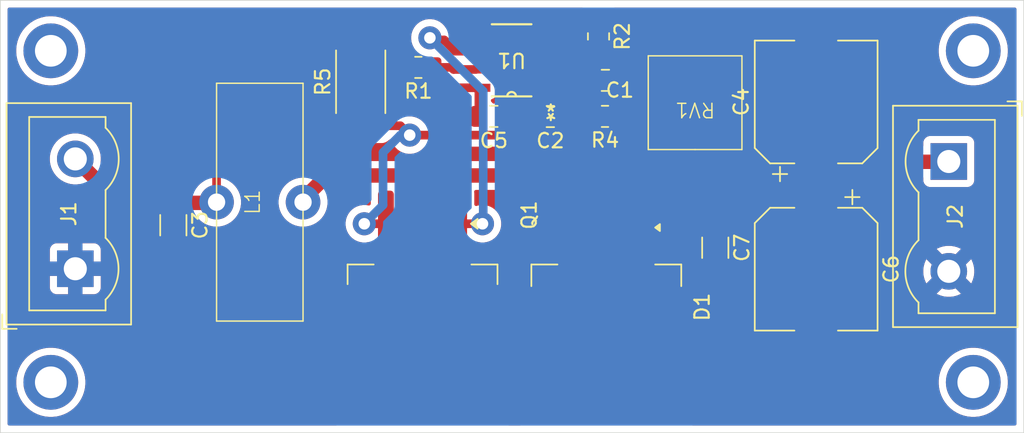
<source format=kicad_pcb>
(kicad_pcb (version 20241229) (generator "pcbnew") (generator_version "9.0")
  (layers (0 "F.Cu" signal) (2 "B.Cu" signal) (13 "F.Paste" user) (15 "B.Paste" user) (5 "F.SilkS" user "F.Silkscreen") (7 "B.SilkS" user "B.Silkscreen") (1 "F.Mask" user) (3 "B.Mask" user) (25 "Edge.Cuts" user))
  (net 0 "")
  (net 1 "GND")
  (net 2 "Net-(U1-FA{slash}SD)")
  (net 3 "Net-(C1-Pad1)")
  (net 4 "Net-(U1-COMP)")
  (net 5 "Net-(Q1-S)")
  (net 6 "Net-(D1-K)")
  (net 7 "Net-(D1-A)")
  (net 8 "Net-(Q1-G)")
  (net 9 "Net-(U1-FB)")
  (net 10 "Net-(J1-Pin_2)")
  (footprint "" (layer "F.Cu") (at 123.5 76.5)
    (property "Reference" "" (at 0 0 0) (layer "F.SilkS") (effects (font (size 1.27 1.27))))
    (property "Value" "")
    (pad "1" thru_hole circle (at 0 0) (size 3.8 3.8) (drill 2.2) (layers "*.Cu" "*.Mask"))
  )
  (footprint "My_library:L_16x6mm" (layer "F.Cu") (at 74 64 90)
    (property "Reference" "L1" (at 0 -0.5 90) (layer "F.SilkS") (effects (font (thickness 0.1))))
    (property "Value" "L")
    (fp_line (start 8.25 -3) (end -8.25 -3) (stroke (width 0.1)) (layer "F.SilkS"))
    (fp_line (start -8.25 -3) (end -8.25 3) (stroke (width 0.1)) (layer "F.SilkS"))
    (fp_line (start 8.25 3) (end 8.25 -3) (stroke (width 0.1)) (layer "F.SilkS"))
    (fp_line (start -8.25 3) (end 8.25 3) (stroke (width 0.1)) (layer "F.SilkS"))
    (pad "1" thru_hole circle (at 0 -3 90) (size 2.4 2.4) (drill 1.2) (layers "*.Cu" "*.Mask") (net 10 "Net-(J1-Pin_2)"))
    (pad "2" thru_hole circle (at 0 3 90) (size 2.4 2.4) (drill 1.2) (layers "*.Cu" "*.Mask") (net 7 "Net-(D1-A)"))
  )
  (footprint "Resistor_SMD:R_0805_2012Metric_Pad1.20x1.40mm_HandSolder" (layer "F.Cu") (at 97.95 58.05 180)
    (property "Reference" "R4" (at 0 -1.65 0) (layer "F.SilkS"))
    (property "Value" "R")
    (fp_line (start -0.227064 0.735) (end 0.227064 0.735) (stroke (width 0.12)) (layer "F.SilkS"))
    (fp_line (start -0.227064 -0.735) (end 0.227064 -0.735) (stroke (width 0.12)) (layer "F.SilkS"))
    (pad "1" smd roundrect (at -1 0 180) (size 1.2 1.4) (layers "F.Cu" "F.Mask" "F.Paste") (roundrect_rratio 0.208333) (net 3 "Net-(C1-Pad1)"))
    (pad "2" smd roundrect (at 1 0 180) (size 1.2 1.4) (layers "F.Cu" "F.Mask" "F.Paste") (roundrect_rratio 0.208333) (net 1 "GND"))
  )
  (footprint "TerminalBlock:TerminalBlock_Wuerth_691311400102_P7.62mm" (layer "F.Cu") (at 61.2 68.62 90)
    (property "Reference" "J1" (at 3.81 -0.45 90) (layer "F.SilkS"))
    (property "Value" "Screw_Terminal_01x02")
    (fp_line (start -4.17 -5.07) (end -3.17 -5.07) (stroke (width 0.12)) (layer "F.SilkS"))
    (fp_line (start -4.17 -5.07) (end -4.17 -4.07) (stroke (width 0.12)) (layer "F.SilkS"))
    (fp_line (start 11.49 -4.77) (end 11.49 3.87) (stroke (width 0.12)) (layer "F.SilkS"))
    (fp_line (start -3.86 -4.77) (end 11.49 -4.77) (stroke (width 0.12)) (layer "F.SilkS"))
    (fp_line (start 10.53 -3.2) (end -2.89 -3.2) (stroke (width 0.12)) (layer "F.SilkS"))
    (fp_line (start -2.89 -3.2) (end -2.89 2.1) (stroke (width 0.12)) (layer "F.SilkS"))
    (fp_line (start 10.53 2.1) (end 10.53 -3.2) (stroke (width 0.12)) (layer "F.SilkS"))
    (fp_line (start 9.78 2.1) (end 10.53 2.1) (stroke (width 0.12)) (layer "F.SilkS"))
    (fp_line (start 2.14 2.1) (end 5.46 2.1) (stroke (width 0.12)) (layer "F.SilkS"))
    (fp_line (start -2.89 2.1) (end -2.14 2.1) (stroke (width 0.12)) (layer "F.SilkS"))
    (fp_line (start 11.49 3.87) (end -3.87 3.87) (stroke (width 0.12)) (layer "F.SilkS"))
    (fp_line (start -3.87 3.87) (end -3.87 -4.77) (stroke (width 0.12)) (layer "F.SilkS"))
    (fp_arc (start 2.140696 2.099291) (mid 0.000497 2.998266) (end -2.14 2.1) (stroke (width 0.12)) (layer "F.SilkS"))
    (fp_arc (start 9.779492 2.100522) (mid 7.619636 3.012573) (end 5.46 2.1) (stroke (width 0.12)) (layer "F.SilkS"))
    (pad "1" thru_hole rect (at 0 0 90) (size 2.54 2.54) (drill 1.6) (layers "*.Cu" "*.Mask") (net 1 "GND"))
    (pad "2" thru_hole circle (at 7.62 0 90) (size 2.54 2.54) (drill 1.6) (layers "*.Cu" "*.Mask") (net 10 "Net-(J1-Pin_2)"))
  )
  (footprint "Resistor_SMD:R_0805_2012Metric_Pad1.20x1.40mm_HandSolder" (layer "F.Cu") (at 85 54.65 180)
    (property "Reference" "R1" (at 0 -1.65 0) (layer "F.SilkS"))
    (property "Value" "40k")
    (fp_line (start -0.227064 0.735) (end 0.227064 0.735) (stroke (width 0.12)) (layer "F.SilkS"))
    (fp_line (start -0.227064 -0.735) (end 0.227064 -0.735) (stroke (width 0.12)) (layer "F.SilkS"))
    (pad "1" smd roundrect (at -1 0 180) (size 1.2 1.4) (layers "F.Cu" "F.Mask" "F.Paste") (roundrect_rratio 0.208333) (net 2 "Net-(U1-FA{slash}SD)"))
    (pad "2" smd roundrect (at 1 0 180) (size 1.2 1.4) (layers "F.Cu" "F.Mask" "F.Paste") (roundrect_rratio 0.208333) (net 1 "GND"))
  )
  (footprint "Capacitor_SMD:C_0805_2012Metric_Pad1.18x1.45mm_HandSolder" (layer "F.Cu") (at 97.9775 55.55 180)
    (property "Reference" "C1" (at -1 -0.68 0) (layer "F.SilkS"))
    (property "Value" "C")
    (fp_line (start -0.261252 0.735) (end 0.261252 0.735) (stroke (width 0.12)) (layer "F.SilkS"))
    (fp_line (start -0.261252 -0.735) (end 0.261252 -0.735) (stroke (width 0.12)) (layer "F.SilkS"))
    (pad "1" smd roundrect (at -1.0375 0 180) (size 1.175 1.45) (layers "F.Cu" "F.Mask" "F.Paste") (roundrect_rratio 0.212766) (net 3 "Net-(C1-Pad1)"))
    (pad "2" smd roundrect (at 1.0375 0 180) (size 1.175 1.45) (layers "F.Cu" "F.Mask" "F.Paste") (roundrect_rratio 0.212766) (net 4 "Net-(U1-COMP)"))
  )
  (footprint "Capacitor_SMD:CP_Elec_8x6.7" (layer "F.Cu") (at 112.6 57.05 90)
    (property "Reference" "C4" (at 0 -5.2 90) (layer "F.SilkS"))
    (property "Value" "68u")
    (fp_line (start 4.26 -4.26) (end 4.26 -1.51) (stroke (width 0.12)) (layer "F.SilkS"))
    (fp_line (start -3.195563 -4.26) (end 4.26 -4.26) (stroke (width 0.12)) (layer "F.SilkS"))
    (fp_line (start -4.26 -3.195563) (end -3.195563 -4.26) (stroke (width 0.12)) (layer "F.SilkS"))
    (fp_line (start -4.26 -3.195563) (end -4.26 -1.51) (stroke (width 0.12)) (layer "F.SilkS"))
    (fp_line (start -5 -3.01) (end -5 -2.01) (stroke (width 0.12)) (layer "F.SilkS"))
    (fp_line (start -5.5 -2.51) (end -4.5 -2.51) (stroke (width 0.12)) (layer "F.SilkS"))
    (fp_line (start -4.26 3.195563) (end -4.26 1.51) (stroke (width 0.12)) (layer "F.SilkS"))
    (fp_line (start -4.26 3.195563) (end -3.195563 4.26) (stroke (width 0.12)) (layer "F.SilkS"))
    (fp_line (start 4.26 4.26) (end 4.26 1.51) (stroke (width 0.12)) (layer "F.SilkS"))
    (fp_line (start -3.195563 4.26) (end 4.26 4.26) (stroke (width 0.12)) (layer "F.SilkS"))
    (pad "1" smd roundrect (at -3.05 0 90) (size 4 2.5) (layers "F.Cu" "F.Mask" "F.Paste") (roundrect_rratio 0.1) (net 6 "Net-(D1-K)"))
    (pad "2" smd roundrect (at 3.05 0 90) (size 4 2.5) (layers "F.Cu" "F.Mask" "F.Paste") (roundrect_rratio 0.1) (net 1 "GND"))
  )
  (footprint "Capacitor_SMD:CP_Elec_8x6.7" (layer "F.Cu") (at 112.6 68.65 -90)
    (property "Reference" "C6" (at 0 -5.2 90) (layer "F.SilkS"))
    (property "Value" "68u")
    (fp_line (start -3.195563 4.26) (end 4.26 4.26) (stroke (width 0.12)) (layer "F.SilkS"))
    (fp_line (start 4.26 4.26) (end 4.26 1.51) (stroke (width 0.12)) (layer "F.SilkS"))
    (fp_line (start -4.26 3.195563) (end -3.195563 4.26) (stroke (width 0.12)) (layer "F.SilkS"))
    (fp_line (start -4.26 3.195563) (end -4.26 1.51) (stroke (width 0.12)) (layer "F.SilkS"))
    (fp_line (start -5.5 -2.51) (end -4.5 -2.51) (stroke (width 0.12)) (layer "F.SilkS"))
    (fp_line (start -5 -3.01) (end -5 -2.01) (stroke (width 0.12)) (layer "F.SilkS"))
    (fp_line (start -4.26 -3.195563) (end -4.26 -1.51) (stroke (width 0.12)) (layer "F.SilkS"))
    (fp_line (start -4.26 -3.195563) (end -3.195563 -4.26) (stroke (width 0.12)) (layer "F.SilkS"))
    (fp_line (start -3.195563 -4.26) (end 4.26 -4.26) (stroke (width 0.12)) (layer "F.SilkS"))
    (fp_line (start 4.26 -4.26) (end 4.26 -1.51) (stroke (width 0.12)) (layer "F.SilkS"))
    (pad "1" smd roundrect (at -3.05 0 270) (size 4 2.5) (layers "F.Cu" "F.Mask" "F.Paste") (roundrect_rratio 0.1) (net 6 "Net-(D1-K)"))
    (pad "2" smd roundrect (at 3.05 0 270) (size 4 2.5) (layers "F.Cu" "F.Mask" "F.Paste") (roundrect_rratio 0.1) (net 1 "GND"))
  )
  (footprint "Capacitor_SMD:C_1206_3216Metric_Pad1.33x1.80mm_HandSolder" (layer "F.Cu") (at 105.6 67.1625 -90)
    (property "Reference" "C7" (at 0 -1.85 90) (layer "F.SilkS"))
    (property "Value" "10u")
    (fp_line (start -0.711252 0.91) (end 0.711252 0.91) (stroke (width 0.12)) (layer "F.SilkS"))
    (fp_line (start -0.711252 -0.91) (end 0.711252 -0.91) (stroke (width 0.12)) (layer "F.SilkS"))
    (pad "1" smd roundrect (at -1.5625 0 270) (size 1.325 1.8) (layers "F.Cu" "F.Mask" "F.Paste") (roundrect_rratio 0.188679) (net 6 "Net-(D1-K)"))
    (pad "2" smd roundrect (at 1.5625 0 270) (size 1.325 1.8) (layers "F.Cu" "F.Mask" "F.Paste") (roundrect_rratio 0.188679) (net 1 "GND"))
  )
  (footprint "" (layer "F.Cu") (at 59.5 76.5)
    (property "Reference" "" (at 0 0 0) (layer "F.SilkS") (effects (font (size 1.27 1.27))))
    (property "Value" "")
    (pad "1" thru_hole circle (at 0 0) (size 3.8 3.8) (drill 2.2) (layers "*.Cu" "*.Mask"))
  )
  (footprint "TerminalBlock:TerminalBlock_Wuerth_691311400102_P7.62mm" (layer "F.Cu") (at 121.8 61.18 -90)
    (property "Reference" "J2" (at 3.81 -0.45 90) (layer "F.SilkS"))
    (property "Value" "Screw_Terminal_01x02")
    (fp_line (start -3.87 3.87) (end -3.87 -4.77) (stroke (width 0.12)) (layer "F.SilkS"))
    (fp_line (start 11.49 3.87) (end -3.87 3.87) (stroke (width 0.12)) (layer "F.SilkS"))
    (fp_line (start -2.89 2.1) (end -2.14 2.1) (stroke (width 0.12)) (layer "F.SilkS"))
    (fp_line (start 2.14 2.1) (end 5.46 2.1) (stroke (width 0.12)) (layer "F.SilkS"))
    (fp_line (start 9.78 2.1) (end 10.53 2.1) (stroke (width 0.12)) (layer "F.SilkS"))
    (fp_line (start 10.53 2.1) (end 10.53 -3.2) (stroke (width 0.12)) (layer "F.SilkS"))
    (fp_line (start -2.89 -3.2) (end -2.89 2.1) (stroke (width 0.12)) (layer "F.SilkS"))
    (fp_line (start 10.53 -3.2) (end -2.89 -3.2) (stroke (width 0.12)) (layer "F.SilkS"))
    (fp_line (start -3.86 -4.77) (end 11.49 -4.77) (stroke (width 0.12)) (layer "F.SilkS"))
    (fp_line (start 11.49 -4.77) (end 11.49 3.87) (stroke (width 0.12)) (layer "F.SilkS"))
    (fp_line (start -4.17 -5.07) (end -4.17 -4.07) (stroke (width 0.12)) (layer "F.SilkS"))
    (fp_line (start -4.17 -5.07) (end -3.17 -5.07) (stroke (width 0.12)) (layer "F.SilkS"))
    (fp_arc (start 9.779492 2.100522) (mid 7.619636 3.012573) (end 5.46 2.1) (stroke (width 0.12)) (layer "F.SilkS"))
    (fp_arc (start 2.140696 2.099291) (mid 0.000497 2.998266) (end -2.14 2.1) (stroke (width 0.12)) (layer "F.SilkS"))
    (pad "1" thru_hole rect (at 0 0 270) (size 2.54 2.54) (drill 1.6) (layers "*.Cu" "*.Mask") (net 6 "Net-(D1-K)"))
    (pad "2" thru_hole circle (at 7.62 0 270) (size 2.54 2.54) (drill 1.6) (layers "*.Cu" "*.Mask") (net 1 "GND"))
  )
  (footprint "Package_TO_SOT_SMD:TO-263-2_TabPin1" (layer "F.Cu") (at 98.04 73.15 -90)
    (property "Reference" "D1" (at -1.875 -6.65 90) (layer "F.SilkS"))
    (property "Value" "D_Schottky")
    (fp_line (start -4.825 5.2) (end -4.825 3.39) (stroke (width 0.12)) (layer "F.SilkS"))
    (fp_line (start -3.325 5.2) (end -4.825 5.2) (stroke (width 0.12)) (layer "F.SilkS"))
    (fp_line (start -4.825 -5.2) (end -4.825 -3.39) (stroke (width 0.12)) (layer "F.SilkS"))
    (fp_line (start -3.325 -5.2) (end -4.825 -5.2) (stroke (width 0.12)) (layer "F.SilkS"))
    (fp_poly (pts (xy -7.3875 -3.39) (xy -7.6275 -3.72) (xy -7.1475 -3.72) (xy -7.3875 -3.39)) (stroke (width 0.12)) (fill yes) (layer "F.SilkS"))
    (pad "1" smd roundrect (at -7.65 -2.54 270) (size 4.6 1.1) (layers "F.Cu" "F.Mask" "F.Paste") (net 6 "Net-(D1-K)"))
    (pad "1" smd roundrect (at 1.5 0 270) (size 9.4 10.8) (layers "F.Cu" "F.Mask") (roundrect_rratio 0.02659574468) (net 6 "Net-(D1-K)"))
    (pad "2" smd roundrect (at -7.65 2.54 270) (size 4.6 1.1) (layers "F.Cu" "F.Mask" "F.Paste") (net 7 "Net-(D1-A)"))
  )
  (footprint "Package_TO_SOT_SMD:TO-263-3_TabPin2" (layer "F.Cu") (at 85.29 73.15 -90)
    (property "Reference" "Q1" (at -8.25 -7.4 90) (layer "F.SilkS"))
    (property "Value" "IRF740")
    (fp_line (start -4.825 5.2) (end -4.825 3.39) (stroke (width 0.12)) (layer "F.SilkS"))
    (fp_line (start -3.46 5.2) (end -4.825 5.2) (stroke (width 0.12)) (layer "F.SilkS"))
    (fp_line (start -4.825 -5.2) (end -4.825 -3.39) (stroke (width 0.12)) (layer "F.SilkS"))
    (fp_line (start -3.46 -5.2) (end -4.825 -5.2) (stroke (width 0.12)) (layer "F.SilkS"))
    (fp_poly (pts (xy -7.65 -3.35) (xy -7.99 -3.82) (xy -7.31 -3.82)) (stroke (width 0.12)) (fill yes) (layer "F.SilkS"))
    (pad "1" smd roundrect (at -7.65 -2.54 270) (size 4.6 1.1) (layers "F.Cu" "F.Mask" "F.Paste") (roundrect_rratio 0.227273) (net 8 "Net-(Q1-G)"))
    (pad "2" smd roundrect (at -7.65 0 270) (size 4.6 1.1) (layers "F.Cu" "F.Mask" "F.Paste") (roundrect_rratio 0.227273) (net 7 "Net-(D1-A)"))
    (pad "2" smd roundrect (at 1.5 0 270) (size 9.4 10.8) (layers "F.Cu" "F.Mask") (roundrect_rratio 0.026596) (net 7 "Net-(D1-A)"))
    (pad "3" smd roundrect (at -7.65 2.54 270) (size 4.6 1.1) (layers "F.Cu" "F.Mask" "F.Paste") (roundrect_rratio 0.227273) (net 5 "Net-(Q1-S)"))
  )
  (footprint "My_library:Trimmer_6.5mm" (layer "F.Cu") (at 104.2 57.1 180)
    (property "Reference" "RV1" (at 0 -0.5 180) (layer "F.SilkS") (effects (font (thickness 0.1))))
    (property "Value" "R_Potentiometer_Trim")
    (fp_line (start 3.25 3.25) (end 3.25 -3.25) (stroke (width 0.1)) (layer "F.SilkS"))
    (fp_line (start 3.25 -3.25) (end 0 -3.25) (stroke (width 0.1)) (layer "F.SilkS"))
    (fp_line (start 0 -3.25) (end -3.25 -3.25) (stroke (width 0.1)) (layer "F.SilkS"))
    (fp_line (start -3.25 3.25) (end 3.25 3.25) (stroke (width 0.1)) (layer "F.SilkS"))
    (fp_line (start -3.25 -3.25) (end -3.25 3.25) (stroke (width 0.1)) (layer "F.SilkS"))
    (pad "1" smd roundrect (at -2.3 4.4 180) (size 1.8 2) (layers "F.Cu" "F.Mask" "F.Paste") (roundrect_rratio 0.15))
    (pad "2" smd roundrect (at 0 -4.4 180) (size 1.8 2) (layers "F.Cu" "F.Mask" "F.Paste") (roundrect_rratio 0.15) (net 6 "Net-(D1-K)"))
    (pad "3" smd roundrect (at 2.3 4.4 180) (size 1.8 2) (layers "F.Cu" "F.Mask" "F.Paste") (roundrect_rratio 0.15) (net 9 "Net-(U1-FB)"))
  )
  (footprint "Capacitor_SMD:C_0805_2012Metric_Pad1.18x1.45mm_HandSolder" (layer "F.Cu") (at 94.1575 58.06 180)
    (property "Reference" "C2" (at 0 -1.68 0) (layer "F.SilkS"))
    (property "Value" "100n")
    (fp_line (start -0.261252 0.735) (end 0.261252 0.735) (stroke (width 0.12)) (layer "F.SilkS"))
    (fp_line (start -0.261252 -0.735) (end 0.261252 -0.735) (stroke (width 0.12)) (layer "F.SilkS"))
    (pad "1" smd roundrect (at -1.0375 0 180) (size 1.175 1.45) (layers "F.Cu" "F.Mask" "F.Paste") (roundrect_rratio 0.212766) (net 1 "GND"))
    (pad "2" smd roundrect (at 1.0375 0 180) (size 1.175 1.45) (layers "F.Cu" "F.Mask" "F.Paste") (roundrect_rratio 0.212766) (net 5 "Net-(Q1-S)"))
  )
  (footprint "Resistor_SMD:R_0805_2012Metric_Pad1.20x1.40mm_HandSolder" (layer "F.Cu") (at 97.5 52.5 -90)
    (property "Reference" "R2" (at 0 -1.65 90) (layer "F.SilkS"))
    (property "Value" "40k")
    (fp_line (start -0.227064 0.735) (end 0.227064 0.735) (stroke (width 0.12)) (layer "F.SilkS"))
    (fp_line (start -0.227064 -0.735) (end 0.227064 -0.735) (stroke (width 0.12)) (layer "F.SilkS"))
    (pad "1" smd roundrect (at -1 0 270) (size 1.2 1.4) (layers "F.Cu" "F.Mask" "F.Paste") (roundrect_rratio 0.208333) (net 1 "GND"))
    (pad "2" smd roundrect (at 1 0 270) (size 1.2 1.4) (layers "F.Cu" "F.Mask" "F.Paste") (roundrect_rratio 0.208333) (net 9 "Net-(U1-FB)"))
  )
  (footprint "Capacitor_SMD:C_0805_2012Metric_Pad1.18x1.45mm_HandSolder" (layer "F.Cu") (at 90.2375 58.05 180)
    (property "Reference" "C5" (at 0 -1.68 0) (layer "F.SilkS"))
    (property "Value" "100n")
    (fp_line (start -0.261252 0.735) (end 0.261252 0.735) (stroke (width 0.12)) (layer "F.SilkS"))
    (fp_line (start -0.261252 -0.735) (end 0.261252 -0.735) (stroke (width 0.12)) (layer "F.SilkS"))
    (pad "1" smd roundrect (at -1.0375 0 180) (size 1.175 1.45) (layers "F.Cu" "F.Mask" "F.Paste") (roundrect_rratio 0.212766) (net 1 "GND"))
    (pad "2" smd roundrect (at 1.0375 0 180) (size 1.175 1.45) (layers "F.Cu" "F.Mask" "F.Paste") (roundrect_rratio 0.212766) (net 10 "Net-(J1-Pin_2)"))
  )
  (footprint "" (layer "F.Cu") (at 59.5 53.5)
    (property "Reference" "" (at 0 0 0) (layer "F.SilkS") (effects (font (size 1.27 1.27))))
    (property "Value" "")
    (pad "1" thru_hole circle (at 0 0) (size 3.8 3.8) (drill 2.2) (layers "*.Cu" "*.Mask"))
  )
  (footprint "Resistor_SMD:R_2512_6332Metric_Pad1.40x3.35mm_HandSolder" (layer "F.Cu") (at 81 55.65 90)
    (property "Reference" "R5" (at 0 -2.63 90) (layer "F.SilkS"))
    (property "Value" "20m")
    (fp_line (start -2.177064 -1.71) (end 2.177064 -1.71) (stroke (width 0.12)) (layer "F.SilkS"))
    (fp_line (start -2.177064 1.71) (end 2.177064 1.71) (stroke (width 0.12)) (layer "F.SilkS"))
    (pad "1" smd roundrect (at -3.05 0 90) (size 1.4 3.35) (layers "F.Cu" "F.Mask" "F.Paste") (roundrect_rratio 0.178571) (net 5 "Net-(Q1-S)"))
    (pad "2" smd roundrect (at 3.05 0 90) (size 1.4 3.35) (layers "F.Cu" "F.Mask" "F.Paste") (roundrect_rratio 0.178571) (net 1 "GND"))
  )
  (footprint "Capacitor_SMD:C_1206_3216Metric_Pad1.33x1.80mm_HandSolder" (layer "F.Cu") (at 68 65.6 -90)
    (property "Reference" "C3" (at 0 -1.85 270) (layer "F.SilkS"))
    (property "Value" "10u")
    (fp_line (start -0.711252 0.91) (end 0.711252 0.91) (stroke (width 0.12)) (layer "F.SilkS"))
    (fp_line (start -0.711252 -0.91) (end 0.711252 -0.91) (stroke (width 0.12)) (layer "F.SilkS"))
    (pad "1" smd roundrect (at -1.5625 0 270) (size 1.325 1.8) (layers "F.Cu" "F.Mask" "F.Paste") (roundrect_rratio 0.188679) (net 10 "Net-(J1-Pin_2)"))
    (pad "2" smd roundrect (at 1.5625 0 270) (size 1.325 1.8) (layers "F.Cu" "F.Mask" "F.Paste") (roundrect_rratio 0.188679) (net 1 "GND"))
  )
  (footprint "" (layer "F.Cu") (at 123.5 53.5)
    (property "Reference" "" (at 0 0 0) (layer "F.SilkS") (effects (font (size 1.27 1.27))))
    (property "Value" "")
    (pad "1" thru_hole circle (at 0 0) (size 3.8 3.8) (drill 2.2) (layers "*.Cu" "*.Mask"))
  )
  (footprint "PE:M08A" (layer "F.Cu") (at 91.47 54.16 180)
    (property "Reference" "U1" (at 0 0 180) (layer "F.SilkS"))
    (property "Value" "LM3478MA/NOPB")
    (fp_line (start 1.373653 -2.5019) (end -1.373653 -2.5019) (stroke (width 0.1524)) (layer "F.SilkS"))
    (fp_line (start -1.373653 2.5019) (end 1.373653 2.5019) (stroke (width 0.1524)) (layer "F.SilkS"))
    (fp_arc (start 0.3048 -2.5019) (mid 0 -2.1971) (end -0.3048 -2.5019) (stroke (width 0.1524)) (layer "F.SilkS"))
    (fp_text user "*" (at -2.7178 -3.6068 180) (layer "F.SilkS"))
    (fp_text user "*" (at -2.7178 -3.6068 180) (layer "F.SilkS"))
    (pad "1" smd rect (at -2.4638 -1.905 180) (size 1.9812 0.5588) (layers "F.Cu" "F.Mask" "F.Paste") (net 5 "Net-(Q1-S)"))
    (pad "2" smd rect (at -2.4638 -0.635 180) (size 1.9812 0.5588) (layers "F.Cu" "F.Mask" "F.Paste") (net 4 "Net-(U1-COMP)"))
    (pad "3" smd rect (at -2.4638 0.635 180) (size 1.9812 0.5588) (layers "F.Cu" "F.Mask" "F.Paste") (net 9 "Net-(U1-FB)"))
    (pad "4" smd rect (at -2.4638 1.905 180) (size 1.9812 0.5588) (layers "F.Cu" "F.Mask" "F.Paste") (net 1 "GND"))
    (pad "5" smd rect (at 2.4638 1.905 180) (size 1.9812 0.5588) (layers "F.Cu" "F.Mask" "F.Paste") (net 1 "GND"))
    (pad "6" smd rect (at 2.4638 0.635 180) (size 1.9812 0.5588) (layers "F.Cu" "F.Mask" "F.Paste") (net 8 "Net-(Q1-G)"))
    (pad "7" smd rect (at 2.4638 -0.635 180) (size 1.9812 0.5588) (layers "F.Cu" "F.Mask" "F.Paste") (net 2 "Net-(U1-FA{slash}SD)"))
    (pad "8" smd rect (at 2.4638 -1.905 180) (size 1.9812 0.5588) (layers "F.Cu" "F.Mask" "F.Paste") (net 10 "Net-(J1-Pin_2)"))
  )
  (gr_poly (pts (xy 87.05 61.75) (xy 83.55 61.75) (xy 85.25 63.35)) (stroke (width 0.2)) (fill yes) (layer "F.Cu") (net 7))
  (gr_line (start 56 80) (end 127 80) (stroke (width 0.05)) (layer "Edge.Cuts"))
  (gr_line (start 56 50) (end 56 80) (stroke (width 0.05)) (layer "Edge.Cuts"))
  (gr_line (start 127 80) (end 127 50) (stroke (width 0.05)) (layer "Edge.Cuts"))
  (gr_line (start 127 50) (end 56 50) (stroke (width 0.05)) (layer "Edge.Cuts"))
  (segment (start 87.445 54.795) (end 87.3 54.65) (width 0.6) (layer "F.Cu") (net 2))
  (segment (start 89.0062 54.795) (end 87.445 54.795) (width 0.6) (layer "F.Cu") (net 2))
  (segment (start 87.3 54.65) (end 86 54.65) (width 0.6) (layer "F.Cu") (net 2))
  (segment (start 99.015 55.55) (end 99.015 57.55) (width 0.6) (layer "F.Cu") (net 3))
  (segment (start 93.9338 54.795) (end 95.095 54.795) (width 0.6) (layer "F.Cu") (net 4))
  (segment (start 95.85 55.55) (end 96.94 55.55) (width 0.6) (layer "F.Cu") (net 4))
  (segment (start 95.095 54.795) (end 95.85 55.55) (width 0.6) (layer "F.Cu") (net 4))
  (segment (start 84.4 59.35) (end 83.75 58.7) (width 0.6) (layer "F.Cu") (net 5))
  (segment (start 84.4 59.35) (end 92.8 59.35) (width 0.6) (layer "F.Cu") (net 5))
  (segment (start 93.12 58.06) (end 93.9338 57.2462) (width 0.6) (layer "F.Cu") (net 5))
  (segment (start 82.75 65.5) (end 81.25 65.5) (width 0.6) (layer "F.Cu") (net 5))
  (segment (start 83.75 58.7) (end 81 58.7) (width 0.6) (layer "F.Cu") (net 5))
  (segment (start 93.9338 57.2462) (end 93.9338 56.065) (width 0.6) (layer "F.Cu") (net 5))
  (segment (start 93.12 59.03) (end 93.12 58.16) (width 0.6) (layer "F.Cu") (net 5))
  (segment (start 93.12 58.66) (end 93.12 58.16) (width 0.2) (layer "F.Cu") (net 5))
  (segment (start 93.12 58.16) (end 93.12 58.06) (width 0.6) (layer "F.Cu") (net 5))
  (segment (start 92.8 59.35) (end 93.12 59.03) (width 0.6) (layer "F.Cu") (net 5))
  (via (at 81.25 65.5) (size 1.6) (drill 0.8) (layers "F.Cu" "B.Cu") (net 5))
  (via (at 84.4 59.35) (size 1.6) (drill 0.8) (layers "F.Cu" "B.Cu") (net 5))
  (segment (start 82.55 60.55) (end 82.55 64.2) (width 0.6) (layer "B.Cu") (net 5))
  (segment (start 83.75 59.35) (end 82.55 60.55) (width 0.6) (layer "B.Cu") (net 5))
  (segment (start 84.4 59.35) (end 83.75 59.35) (width 0.6) (layer "B.Cu") (net 5))
  (segment (start 82.55 64.2) (end 81.25 65.5) (width 0.6) (layer "B.Cu") (net 5))
  (segment (start 105.6 65.6) (end 100.68 65.6) (width 1) (layer "F.Cu") (net 6))
  (segment (start 112.6 65.6) (end 112.6 60.1) (width 1) (layer "F.Cu") (net 6))
  (segment (start 100.58 72.11) (end 98.04 74.65) (width 1) (layer "F.Cu") (net 6))
  (segment (start 116.5 60.1) (end 112.6 60.1) (width 1) (layer "F.Cu") (net 6))
  (segment (start 121.78 61.2) (end 117.6 61.2) (width 1) (layer "F.Cu") (net 6))
  (segment (start 101.1 61.5) (end 100.58 62.02) (width 0.6) (layer "F.Cu") (net 6))
  (segment (start 100.58 65.5) (end 100.58 72.11) (width 1) (layer "F.Cu") (net 6))
  (segment (start 100.58 62.02) (end 100.58 65.5) (width 0.6) (layer "F.Cu") (net 6))
  (segment (start 104.2 61.5) (end 101.1 61.5) (width 0.6) (layer "F.Cu") (net 6))
  (segment (start 117.6 61.2) (end 116.5 60.1) (width 1) (layer "F.Cu") (net 6))
  (segment (start 105.6 65.6) (end 112.6 65.6) (width 1) (layer "F.Cu") (net 6))
  (segment (start 112 61.1) (end 112.08 61.18) (width 1) (layer "F.Cu") (net 6))
  (segment (start 121.8 61.18) (end 121.78 61.2) (width 1) (layer "F.Cu") (net 6))
  (segment (start 100.68 65.6) (end 100.58 65.5) (width 1) (layer "F.Cu") (net 6))
  (segment (start 86.43 62.15) (end 94.9 62.15) (width 1) (layer "F.Cu") (net 7))
  (segment (start 85.29 65.5) (end 85.29 74.65) (width 1) (layer "F.Cu") (net 7))
  (segment (start 85.29 63.2) (end 85.29 65.5) (width 1) (layer "F.Cu") (net 7))
  (segment (start 94.9 62.15) (end 95.5 62.75) (width 1) (layer "F.Cu") (net 7))
  (segment (start 85.29 65.5) (end 85.29 63.29) (width 1) (layer "F.Cu") (net 7))
  (segment (start 84.24 62.15) (end 85.29 63.2) (width 1) (layer "F.Cu") (net 7))
  (segment (start 95.5 62.75) (end 95.5 65.5) (width 1) (layer "F.Cu") (net 7))
  (segment (start 76.8 64) (end 78.65 62.15) (width 1) (layer "F.Cu") (net 7))
  (segment (start 78.65 62.15) (end 84.24 62.15) (width 1) (layer "F.Cu") (net 7))
  (segment (start 85.29 63.29) (end 86.43 62.15) (width 1) (layer "F.Cu") (net 7))
  (segment (start 85.95 52.75) (end 86.8 52.75) (width 0.6) (layer "F.Cu") (net 8))
  (segment (start 86.8 52.75) (end 87.575 53.525) (width 0.6) (layer "F.Cu") (net 8))
  (segment (start 87.83 65.5) (end 89.45 65.5) (width 0.6) (layer "F.Cu") (net 8))
  (segment (start 85.8 52.6) (end 85.95 52.75) (width 0.6) (layer "F.Cu") (net 8))
  (segment (start 87.575 53.525) (end 89.0062 53.525) (width 0.6) (layer "F.Cu") (net 8))
  (via (at 89.45 65.5) (size 1.6) (drill 0.8) (layers "F.Cu" "B.Cu") (net 8))
  (via (at 85.8 52.6) (size 1.6) (drill 0.8) (layers "F.Cu" "B.Cu") (net 8))
  (segment (start 89.5 56.3) (end 89.5 65.45) (width 0.6) (layer "B.Cu") (net 8))
  (segment (start 89.5 65.45) (end 89.45 65.5) (width 0.6) (layer "B.Cu") (net 8))
  (segment (start 85.8 52.6) (end 89.5 56.3) (width 0.6) (layer "B.Cu") (net 8))
  (segment (start 100.6 52.7) (end 99.775 53.525) (width 0.6) (layer "F.Cu") (net 9))
  (segment (start 101.9 52.7) (end 100.6 52.7) (width 0.6) (layer "F.Cu") (net 9))
  (segment (start 93.9338 53.525) (end 94.755 53.525) (width 0.2) (layer "F.Cu") (net 9))
  (segment (start 93.9338 53.525) (end 96.95 53.525) (width 0.6) (layer "F.Cu") (net 9))
  (segment (start 96.95 53.525) (end 96.975 53.55) (width 0.6) (layer "F.Cu") (net 9))
  (segment (start 99.775 53.525) (end 96.95 53.525) (width 0.6) (layer "F.Cu") (net 9))
  (segment (start 76.185 56.315) (end 76.435 56.065) (width 0.6) (layer "F.Cu") (net 10))
  (segment (start 76.435 56.065) (end 89.0062 56.065) (width 0.6) (layer "F.Cu") (net 10))
  (segment (start 89.2 56.2588) (end 89.0062 56.065) (width 0.6) (layer "F.Cu") (net 10))
  (segment (start 71 64) (end 71 61.5) (width 0.6) (layer "F.Cu") (net 10))
  (segment (start 71 61.5) (end 76.185 56.315) (width 0.6) (layer "F.Cu") (net 10))
  (segment (start 89.2 58.05) (end 89.2 56.2588) (width 0.6) (layer "F.Cu") (net 10))
  (segment (start 70.95 64.05) (end 64.25 64.05) (width 1) (layer "F.Cu") (net 10))
  (segment (start 71 64) (end 70.95 64.05) (width 1) (layer "F.Cu") (net 10))
  (segment (start 64.25 64.05) (end 61.2 61) (width 1) (layer "F.Cu") (net 10))
  (zone (net 1) (net_name "GND") (layer "F.Cu") (connect_pads (clearance 0.5)) (min_thickness 0.25) (fill yes (thermal_gap 0.5) (thermal_bridge_width 1))
    (polygon (pts (xy 56 50) (xy 127 50) (xy 127 80) (xy 56 80)))
  )
  (zone (net 1) (net_name "GND") (layer "B.Cu") (connect_pads (clearance 0.5)) (min_thickness 0.25) (fill yes (thermal_gap 0.5) (thermal_bridge_width 1))
    (polygon (pts (xy 127 50) (xy 56 50) (xy 56 80) (xy 127 80)))
  )
)
</source>
